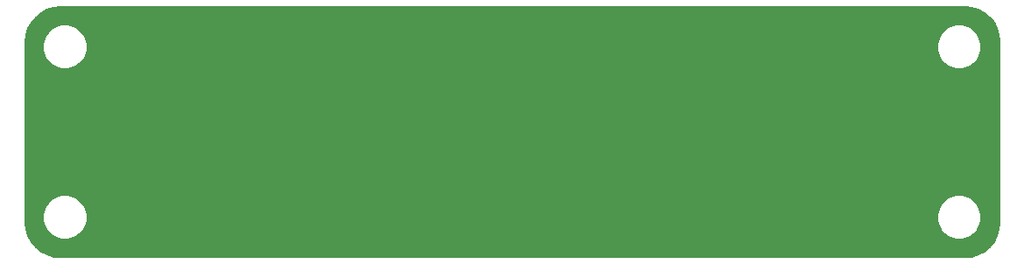
<source format=gbr>
G04 #@! TF.GenerationSoftware,KiCad,Pcbnew,5.1.8-db9833491~87~ubuntu20.04.1*
G04 #@! TF.CreationDate,2020-12-10T20:18:57-08:00*
G04 #@! TF.ProjectId,casing,63617369-6e67-42e6-9b69-6361645f7063,rev?*
G04 #@! TF.SameCoordinates,Original*
G04 #@! TF.FileFunction,Copper,L2,Bot*
G04 #@! TF.FilePolarity,Positive*
%FSLAX46Y46*%
G04 Gerber Fmt 4.6, Leading zero omitted, Abs format (unit mm)*
G04 Created by KiCad (PCBNEW 5.1.8-db9833491~87~ubuntu20.04.1) date 2020-12-10 20:18:57*
%MOMM*%
%LPD*%
G01*
G04 APERTURE LIST*
G04 #@! TA.AperFunction,NonConductor*
%ADD10C,0.240000*%
G04 #@! TD*
G04 #@! TA.AperFunction,NonConductor*
%ADD11C,0.100000*%
G04 #@! TD*
G04 APERTURE END LIST*
D10*
X212995726Y-135238845D02*
X213616858Y-135426375D01*
X214189731Y-135730978D01*
X214692537Y-136141057D01*
X215106109Y-136640980D01*
X215414707Y-137211718D01*
X215606568Y-137831525D01*
X215676487Y-138496753D01*
X215676500Y-138500609D01*
X215676501Y-155979276D01*
X215611155Y-156645726D01*
X215423624Y-157266859D01*
X215119022Y-157839732D01*
X214708943Y-158342537D01*
X214209020Y-158756109D01*
X213638283Y-159064706D01*
X213018479Y-159256567D01*
X212353247Y-159326487D01*
X212349391Y-159326500D01*
X124870714Y-159326500D01*
X124204274Y-159261155D01*
X123583141Y-159073624D01*
X123010268Y-158769022D01*
X122507463Y-158358943D01*
X122093891Y-157859020D01*
X121785294Y-157288283D01*
X121593433Y-156668479D01*
X121530364Y-156068428D01*
X121535000Y-156021362D01*
X121535000Y-155283872D01*
X123105618Y-155283872D01*
X123105618Y-155716128D01*
X123189947Y-156140078D01*
X123355364Y-156539430D01*
X123595512Y-156898837D01*
X123901163Y-157204488D01*
X124260570Y-157444636D01*
X124659922Y-157610053D01*
X125083872Y-157694382D01*
X125516128Y-157694382D01*
X125940078Y-157610053D01*
X126339430Y-157444636D01*
X126698837Y-157204488D01*
X127004488Y-156898837D01*
X127244636Y-156539430D01*
X127410053Y-156140078D01*
X127494382Y-155716128D01*
X127494382Y-155283872D01*
X209605618Y-155283872D01*
X209605618Y-155716128D01*
X209689947Y-156140078D01*
X209855364Y-156539430D01*
X210095512Y-156898837D01*
X210401163Y-157204488D01*
X210760570Y-157444636D01*
X211159922Y-157610053D01*
X211583872Y-157694382D01*
X212016128Y-157694382D01*
X212440078Y-157610053D01*
X212839430Y-157444636D01*
X213198837Y-157204488D01*
X213504488Y-156898837D01*
X213744636Y-156539430D01*
X213910053Y-156140078D01*
X213994382Y-155716128D01*
X213994382Y-155283872D01*
X213910053Y-154859922D01*
X213744636Y-154460570D01*
X213504488Y-154101163D01*
X213198837Y-153795512D01*
X212839430Y-153555364D01*
X212440078Y-153389947D01*
X212016128Y-153305618D01*
X211583872Y-153305618D01*
X211159922Y-153389947D01*
X210760570Y-153555364D01*
X210401163Y-153795512D01*
X210095512Y-154101163D01*
X209855364Y-154460570D01*
X209689947Y-154859922D01*
X209605618Y-155283872D01*
X127494382Y-155283872D01*
X127410053Y-154859922D01*
X127244636Y-154460570D01*
X127004488Y-154101163D01*
X126698837Y-153795512D01*
X126339430Y-153555364D01*
X125940078Y-153389947D01*
X125516128Y-153305618D01*
X125083872Y-153305618D01*
X124659922Y-153389947D01*
X124260570Y-153555364D01*
X123901163Y-153795512D01*
X123595512Y-154101163D01*
X123355364Y-154460570D01*
X123189947Y-154859922D01*
X123105618Y-155283872D01*
X121535000Y-155283872D01*
X121535000Y-138783872D01*
X123105618Y-138783872D01*
X123105618Y-139216128D01*
X123189947Y-139640078D01*
X123355364Y-140039430D01*
X123595512Y-140398837D01*
X123901163Y-140704488D01*
X124260570Y-140944636D01*
X124659922Y-141110053D01*
X125083872Y-141194382D01*
X125516128Y-141194382D01*
X125940078Y-141110053D01*
X126339430Y-140944636D01*
X126698837Y-140704488D01*
X127004488Y-140398837D01*
X127244636Y-140039430D01*
X127410053Y-139640078D01*
X127494382Y-139216128D01*
X127494382Y-138783872D01*
X209605618Y-138783872D01*
X209605618Y-139216128D01*
X209689947Y-139640078D01*
X209855364Y-140039430D01*
X210095512Y-140398837D01*
X210401163Y-140704488D01*
X210760570Y-140944636D01*
X211159922Y-141110053D01*
X211583872Y-141194382D01*
X212016128Y-141194382D01*
X212440078Y-141110053D01*
X212839430Y-140944636D01*
X213198837Y-140704488D01*
X213504488Y-140398837D01*
X213744636Y-140039430D01*
X213910053Y-139640078D01*
X213994382Y-139216128D01*
X213994382Y-138783872D01*
X213910053Y-138359922D01*
X213744636Y-137960570D01*
X213504488Y-137601163D01*
X213198837Y-137295512D01*
X212839430Y-137055364D01*
X212440078Y-136889947D01*
X212016128Y-136805618D01*
X211583872Y-136805618D01*
X211159922Y-136889947D01*
X210760570Y-137055364D01*
X210401163Y-137295512D01*
X210095512Y-137601163D01*
X209855364Y-137960570D01*
X209689947Y-138359922D01*
X209605618Y-138783872D01*
X127494382Y-138783872D01*
X127410053Y-138359922D01*
X127244636Y-137960570D01*
X127004488Y-137601163D01*
X126698837Y-137295512D01*
X126339430Y-137055364D01*
X125940078Y-136889947D01*
X125516128Y-136805618D01*
X125083872Y-136805618D01*
X124659922Y-136889947D01*
X124260570Y-137055364D01*
X123901163Y-137295512D01*
X123595512Y-137601163D01*
X123355364Y-137960570D01*
X123189947Y-138359922D01*
X123105618Y-138783872D01*
X121535000Y-138783872D01*
X121535000Y-138478638D01*
X121531304Y-138441118D01*
X121588845Y-137854274D01*
X121776375Y-137233142D01*
X122080978Y-136660269D01*
X122491057Y-136157463D01*
X122990980Y-135743891D01*
X123561718Y-135435293D01*
X124181525Y-135243432D01*
X124846753Y-135173513D01*
X124850609Y-135173500D01*
X212329286Y-135173500D01*
X212995726Y-135238845D01*
G04 #@! TA.AperFunction,NonConductor*
D11*
G36*
X212995726Y-135238845D02*
G01*
X213616858Y-135426375D01*
X214189731Y-135730978D01*
X214692537Y-136141057D01*
X215106109Y-136640980D01*
X215414707Y-137211718D01*
X215606568Y-137831525D01*
X215676487Y-138496753D01*
X215676500Y-138500609D01*
X215676501Y-155979276D01*
X215611155Y-156645726D01*
X215423624Y-157266859D01*
X215119022Y-157839732D01*
X214708943Y-158342537D01*
X214209020Y-158756109D01*
X213638283Y-159064706D01*
X213018479Y-159256567D01*
X212353247Y-159326487D01*
X212349391Y-159326500D01*
X124870714Y-159326500D01*
X124204274Y-159261155D01*
X123583141Y-159073624D01*
X123010268Y-158769022D01*
X122507463Y-158358943D01*
X122093891Y-157859020D01*
X121785294Y-157288283D01*
X121593433Y-156668479D01*
X121530364Y-156068428D01*
X121535000Y-156021362D01*
X121535000Y-155283872D01*
X123105618Y-155283872D01*
X123105618Y-155716128D01*
X123189947Y-156140078D01*
X123355364Y-156539430D01*
X123595512Y-156898837D01*
X123901163Y-157204488D01*
X124260570Y-157444636D01*
X124659922Y-157610053D01*
X125083872Y-157694382D01*
X125516128Y-157694382D01*
X125940078Y-157610053D01*
X126339430Y-157444636D01*
X126698837Y-157204488D01*
X127004488Y-156898837D01*
X127244636Y-156539430D01*
X127410053Y-156140078D01*
X127494382Y-155716128D01*
X127494382Y-155283872D01*
X209605618Y-155283872D01*
X209605618Y-155716128D01*
X209689947Y-156140078D01*
X209855364Y-156539430D01*
X210095512Y-156898837D01*
X210401163Y-157204488D01*
X210760570Y-157444636D01*
X211159922Y-157610053D01*
X211583872Y-157694382D01*
X212016128Y-157694382D01*
X212440078Y-157610053D01*
X212839430Y-157444636D01*
X213198837Y-157204488D01*
X213504488Y-156898837D01*
X213744636Y-156539430D01*
X213910053Y-156140078D01*
X213994382Y-155716128D01*
X213994382Y-155283872D01*
X213910053Y-154859922D01*
X213744636Y-154460570D01*
X213504488Y-154101163D01*
X213198837Y-153795512D01*
X212839430Y-153555364D01*
X212440078Y-153389947D01*
X212016128Y-153305618D01*
X211583872Y-153305618D01*
X211159922Y-153389947D01*
X210760570Y-153555364D01*
X210401163Y-153795512D01*
X210095512Y-154101163D01*
X209855364Y-154460570D01*
X209689947Y-154859922D01*
X209605618Y-155283872D01*
X127494382Y-155283872D01*
X127410053Y-154859922D01*
X127244636Y-154460570D01*
X127004488Y-154101163D01*
X126698837Y-153795512D01*
X126339430Y-153555364D01*
X125940078Y-153389947D01*
X125516128Y-153305618D01*
X125083872Y-153305618D01*
X124659922Y-153389947D01*
X124260570Y-153555364D01*
X123901163Y-153795512D01*
X123595512Y-154101163D01*
X123355364Y-154460570D01*
X123189947Y-154859922D01*
X123105618Y-155283872D01*
X121535000Y-155283872D01*
X121535000Y-138783872D01*
X123105618Y-138783872D01*
X123105618Y-139216128D01*
X123189947Y-139640078D01*
X123355364Y-140039430D01*
X123595512Y-140398837D01*
X123901163Y-140704488D01*
X124260570Y-140944636D01*
X124659922Y-141110053D01*
X125083872Y-141194382D01*
X125516128Y-141194382D01*
X125940078Y-141110053D01*
X126339430Y-140944636D01*
X126698837Y-140704488D01*
X127004488Y-140398837D01*
X127244636Y-140039430D01*
X127410053Y-139640078D01*
X127494382Y-139216128D01*
X127494382Y-138783872D01*
X209605618Y-138783872D01*
X209605618Y-139216128D01*
X209689947Y-139640078D01*
X209855364Y-140039430D01*
X210095512Y-140398837D01*
X210401163Y-140704488D01*
X210760570Y-140944636D01*
X211159922Y-141110053D01*
X211583872Y-141194382D01*
X212016128Y-141194382D01*
X212440078Y-141110053D01*
X212839430Y-140944636D01*
X213198837Y-140704488D01*
X213504488Y-140398837D01*
X213744636Y-140039430D01*
X213910053Y-139640078D01*
X213994382Y-139216128D01*
X213994382Y-138783872D01*
X213910053Y-138359922D01*
X213744636Y-137960570D01*
X213504488Y-137601163D01*
X213198837Y-137295512D01*
X212839430Y-137055364D01*
X212440078Y-136889947D01*
X212016128Y-136805618D01*
X211583872Y-136805618D01*
X211159922Y-136889947D01*
X210760570Y-137055364D01*
X210401163Y-137295512D01*
X210095512Y-137601163D01*
X209855364Y-137960570D01*
X209689947Y-138359922D01*
X209605618Y-138783872D01*
X127494382Y-138783872D01*
X127410053Y-138359922D01*
X127244636Y-137960570D01*
X127004488Y-137601163D01*
X126698837Y-137295512D01*
X126339430Y-137055364D01*
X125940078Y-136889947D01*
X125516128Y-136805618D01*
X125083872Y-136805618D01*
X124659922Y-136889947D01*
X124260570Y-137055364D01*
X123901163Y-137295512D01*
X123595512Y-137601163D01*
X123355364Y-137960570D01*
X123189947Y-138359922D01*
X123105618Y-138783872D01*
X121535000Y-138783872D01*
X121535000Y-138478638D01*
X121531304Y-138441118D01*
X121588845Y-137854274D01*
X121776375Y-137233142D01*
X122080978Y-136660269D01*
X122491057Y-136157463D01*
X122990980Y-135743891D01*
X123561718Y-135435293D01*
X124181525Y-135243432D01*
X124846753Y-135173513D01*
X124850609Y-135173500D01*
X212329286Y-135173500D01*
X212995726Y-135238845D01*
G37*
G04 #@! TD.AperFunction*
M02*

</source>
